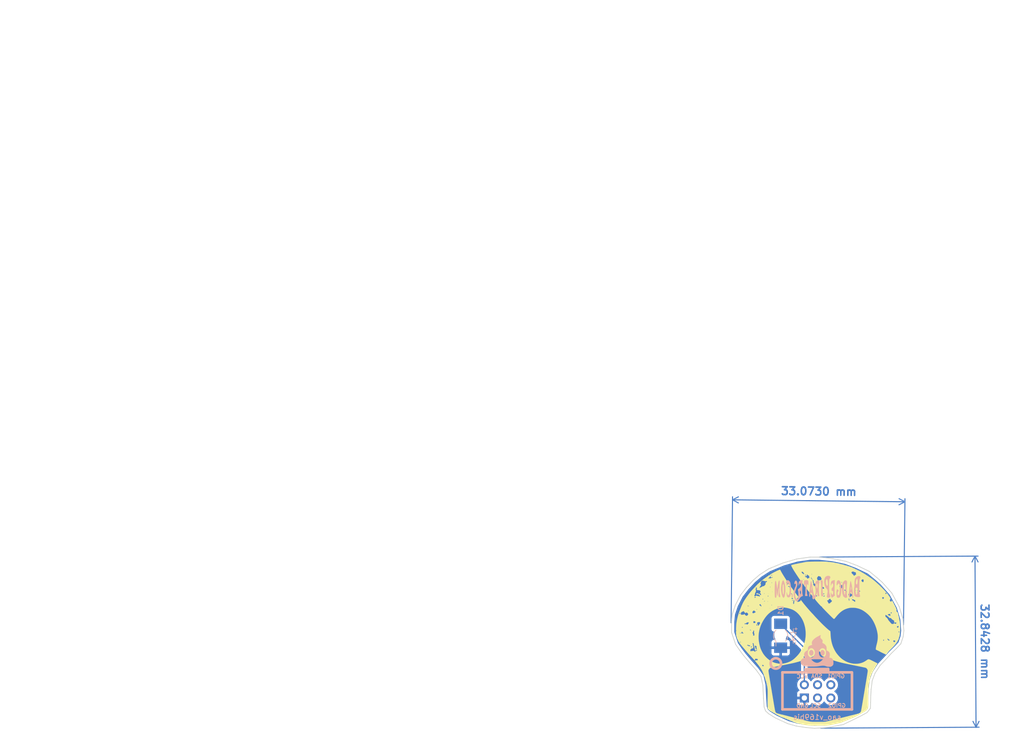
<source format=kicad_pcb>
(kicad_pcb (version 20211014) (generator pcbnew)
  (layers (0 "F.Cu" signal) (31 "B.Cu" signal) (34 "B.Paste" user) (35 "F.Paste" user) (36 "B.SilkS" user "B.Silkscreen") (37 "F.SilkS" user "F.Silkscreen") (38 "B.Mask" user) (39 "F.Mask" user) (44 "Edge.Cuts" user))
  (net 0 "")
  (net 1 "GND")
  (net 2 "VCC")
  (footprint "BadgePirates:LED_Osram_Lx_P47F_D2mm_ReverseMount_Proper_Mask Only" (layer "F.Cu") (at 146.939 120.607 -90)
    (fp_text reference "D1" (at -4.826 0 90) (layer "B.SilkS") (effects (justify mirror)))
    (fp_text value "LED")
    (pad "1" smd rect (at 2.3 0 270) (size 2 2.5) (layers "B.Cu") (net 1 "GND"))
    (pad "2" smd rect (at -2.3 0 270) (size 2 2.5) (layers "B.Cu") (net 2 "VCC"))
  )
  (footprint "BadgePirates:Badgelife-SAOv169-BADGE-2x3_Back" (layer "F.Cu") (at 153.6319 131.3688)
    (fp_text reference "X1" hide)
    (fp_text value "sao_v169bis" (at 0.3102 4.8724) (layer "B.SilkS") (effects (justify mirror)))
    (fp_text user "VCC" (at -2.5654 -2.9718) (layer "B.SilkS") (effects (font (size 0.75 0.75)) (justify mirror)))
    (fp_text user "GND" (at -2.5146 2.667) (layer "B.SilkS") (effects (font (size 0.75 0.75)) (justify mirror)))
    (fp_text user "GPIO2" (at 4.0894 2.6416) (layer "B.SilkS") (effects (font (size 0.75 0.75)) (justify mirror)))
    (fp_text user "SDA" (at 0.2286 -2.9972) (layer "B.SilkS") (effects (font (size 0.75 0.75)) (justify mirror)))
    (fp_text user "GPIO1" (at 3.9116 -2.9972) (layer "B.SilkS") (effects (font (size 0.75 0.75)) (justify mirror)))
    (fp_text user "SCL" (at -0.0254 2.667) (layer "B.SilkS") (effects (font (size 0.75 0.75)) (justify mirror)))
    (pad "1" thru_hole oval locked (at -2.1498 -1.3516 270) (size 1.7272 1.7272) (drill 1.016) (layers *.Cu *.Mask) (net 2 "VCC"))
    (pad "2" thru_hole rect locked (at -2.1498 1.1884 270) (size 1.7272 1.7272) (drill 1.016) (layers *.Cu *.Mask) (net 1 "GND"))
    (pad "3" thru_hole oval locked (at 0.3902 -1.3516 270) (size 1.7272 1.7272) (drill 1.016) (layers *.Cu *.Mask))
    (pad "4" thru_hole oval locked (at 0.3902 1.1884 270) (size 1.7272 1.7272) (drill 1.016) (layers *.Cu *.Mask))
    (pad "5" thru_hole circle locked (at 2.9302 -1.3516 270) (size 1.7272 1.7272) (drill 1.016) (layers *.Cu *.Mask))
    (pad "6" thru_hole circle locked (at 2.9302 1.1884 270) (size 1.7272 1.7272) (drill 1.016) (layers *.Cu *.Mask))
  )
  (footprint "BadgePirateLogos:BadgePiratesURL_BSLK" (layer "F.Cu") (at 154.0129 112.268)
    (fp_text reference "G***" hide)
    (fp_text value "LOGO" hide)
  )
  (footprint "Bsides-KC-2021-Badge Pirates-SAO-SVG2Shenzen v1_00:F.SilkS_g4922" (layer "F.Cu") (at 134.5665 137.8954)
    (fp_text reference "G***" hide)
    (fp_text value "LOGO" hide)
  )
  (footprint "LOGO" (layer "F.Cu") (at 0 0)
    (fp_text reference "G***" hide)
    (fp_text value "LOGO" hide)
  )
  (footprint "LOGO" (layer "F.Cu") (at 0 0)
    (fp_text reference "G***" hide)
    (fp_text value "LOGO" hide)
  )
  (footprint "LOGO" (layer "F.Cu") (at 0 0)
    (fp_text reference "G***" hide)
    (fp_text value "LOGO" hide)
  )
  (footprint "BadgePiratesLogo:LED_Schematic_F.Mask" (layer "F.Cu") (at 147.2565 120.3198)
    (fp_text reference "G***" hide)
    (fp_text value "LOGO" hide)
  )
  (footprint "BadgePiratesLogo:shi%%y_B.SLK" (layer "B.Cu") (at 153.8859 123.3678 180)
    (fp_text reference "G***" hide)
    (fp_text value "LOGO" hide)
  )
  (gr_poly (pts (xy 149.8092 136.4742) (xy 149.8092 137.2362) (xy 147.32 136.1948) (xy 147.32 136.0932) (xy 147.2946 135.8392)) (layer "F.SilkS") (width 0.15) (fill solid))
  (gr_poly (pts (xy 160.8074 135.89) (xy 160.8582 136.271) (xy 158.369 137.287) (xy 158.3436 136.7536) (xy 158.369 136.4996) (xy 160.5788 135.9408)) (layer "F.SilkS") (width 0.15) (fill solid))
  (gr_rect (start 152.8572 137.2108) (end 155.3718 137.795) (layer "F.SilkS") (width 0.15) (fill solid))
  (gr_line (start 168.2623 112.4204) (end 169.6847 115.0366) (layer "Edge.Cuts") (width 0.15))
  (gr_line (start 159.4485 106.3244) (end 161.6075 107.1372) (layer "Edge.Cuts") (width 0.15))
  (gr_line (start 142.2273 127.1524) (end 140.9319 125.7046) (layer "Edge.Cuts") (width 0.15))
  (gr_line (start 152.5905 105.5116) (end 154.2923 105.5116) (layer "Edge.Cuts") (width 0.15))
  (gr_line (start 141.6685 109.9566) (end 142.9385 108.8644) (layer "Edge.Cuts") (width 0.15))
  (gr_line (start 170.4467 120.777) (end 169.9895 122.1486) (layer "Edge.Cuts") (width 0.15))
  (gr_line (start 165.0365 127.8128) (end 164.5031 129.2352) (layer "Edge.Cuts") (width 0.15))
  (gr_line (start 137.5283 117.9576) (end 137.6807 116.4336) (layer "Edge.Cuts") (width 0.15))
  (gr_line (start 144.6403 107.7722) (end 147.4089 106.6292) (layer "Edge.Cuts") (width 0.15))
  (gr_line (start 147.4089 106.6292) (end 150.0505 105.8672) (layer "Edge.Cuts") (width 0.15))
  (gr_line (start 166.0271 126.2888) (end 165.0365 127.8128) (layer "Edge.Cuts") (width 0.15))
  (gr_line (start 143.7767 134.3152) (end 143.6497 132.6134) (layer "Edge.Cuts") (width 0.15))
  (gr_line (start 164.1475 134.5438) (end 163.5125 135.3566) (layer "Edge.Cuts") (width 0.15))
  (gr_line (start 163.5125 135.3566) (end 161.8615 136.2456) (layer "Edge.Cuts") (width 0.15))
  (gr_line (start 158.9659 137.6426) (end 156.3751 138.1506) (layer "Edge.Cuts") (width 0.15))
  (gr_line (start 164.5031 129.2352) (end 164.2999 130.8862) (layer "Edge.Cuts") (width 0.15))
  (gr_line (start 154.2923 105.5116) (end 156.9847 105.8164) (layer "Edge.Cuts") (width 0.15))
  (gr_line (start 143.5227 130.0734) (end 143.1671 128.4478) (layer "Edge.Cuts") (width 0.15))
  (gr_line (start 143.1671 128.4478) (end 142.2273 127.1524) (layer "Edge.Cuts") (width 0.15))
  (gr_line (start 148.3233 137.4902) (end 147.2057 136.9822) (layer "Edge.Cuts") (width 0.15))
  (gr_line (start 164.2237 132.0546) (end 164.1983 133.3754) (layer "Edge.Cuts") (width 0.15))
  (gr_line (start 163.9443 108.2548) (end 165.3921 109.4486) (layer "Edge.Cuts") (width 0.15))
  (gr_line (start 169.6847 115.0366) (end 170.3959 117.3734) (layer "Edge.Cuts") (width 0.15))
  (gr_line (start 137.6807 116.4336) (end 138.2395 114.7572) (layer "Edge.Cuts") (width 0.15))
  (gr_line (start 164.2999 130.8862) (end 164.2237 132.0546) (layer "Edge.Cuts") (width 0.15))
  (gr_line (start 166.4335 110.363) (end 168.2623 112.4204) (layer "Edge.Cuts") (width 0.15))
  (gr_line (start 143.6497 132.6134) (end 143.5227 130.0734) (layer "Edge.Cuts") (width 0.15))
  (gr_line (start 161.6075 107.1372) (end 163.9443 108.2548) (layer "Edge.Cuts") (width 0.15))
  (gr_line (start 169.9895 122.1486) (end 169.1513 123.0376) (layer "Edge.Cuts") (width 0.15))
  (gr_line (start 138.2903 122.2502) (end 137.5283 119.9896) (layer "Edge.Cuts") (width 0.15))
  (gr_line (start 139.8397 124.4092) (end 139.1285 123.4694) (layer "Edge.Cuts") (width 0.15))
  (gr_line (start 156.3751 138.1506) (end 155.1813 138.2776) (layer "Edge.Cuts") (width 0.15))
  (gr_line (start 170.5737 119.634) (end 170.4467 120.777) (layer "Edge.Cuts") (width 0.15))
  (gr_line (start 150.0505 105.8672) (end 152.5905 105.5116) (layer "Edge.Cuts") (width 0.15))
  (gr_line (start 161.8615 136.2456) (end 158.9659 137.6426) (layer "Edge.Cuts") (width 0.15))
  (gr_line (start 149.9489 137.9474) (end 148.3233 137.4902) (layer "Edge.Cuts") (width 0.15))
  (gr_line (start 167.0685 125.1966) (end 166.0271 126.2888) (layer "Edge.Cuts") (width 0.15))
  (gr_line (start 153.4287 138.3792) (end 151.8031 138.2268) (layer "Edge.Cuts") (width 0.15))
  (gr_line (start 140.3477 111.379) (end 141.6685 109.9566) (layer "Edge.Cuts") (width 0.15))
  (gr_line (start 138.2395 114.7572) (end 139.2301 112.8268) (layer "Edge.Cuts") (width 0.15))
  (gr_line (start 144.6403 135.5852) (end 144.0561 135.0518) (layer "Edge.Cuts") (width 0.15))
  (gr_line (start 147.2057 136.9822) (end 145.9103 136.3726) (layer "Edge.Cuts") (width 0.15))
  (gr_line (start 139.2301 112.8268) (end 140.3477 111.379) (layer "Edge.Cuts") (width 0.15))
  (gr_line (start 137.5283 119.9896) (end 137.5283 117.9576) (layer "Edge.Cuts") (width 0.15))
  (gr_line (start 156.9847 105.8164) (end 159.4485 106.3244) (layer "Edge.Cuts") (width 0.15))
  (gr_line (start 170.3959 117.3734) (end 170.5737 119.634) (layer "Edge.Cuts") (width 0.15))
  (gr_line (start 144.0561 135.0518) (end 143.7767 134.3152) (layer "Edge.Cuts") (width 0.15))
  (gr_line (start 155.1813 138.2776) (end 153.4287 138.3792) (layer "Edge.Cuts") (width 0.15))
  (gr_line (start 169.1513 123.0376) (end 168.1607 124.0028) (layer "Edge.Cuts") (width 0.15))
  (gr_line (start 165.3921 109.4486) (end 166.4335 110.363) (layer "Edge.Cuts") (width 0.15))
  (gr_line (start 145.9103 136.3726) (end 144.6403 135.5852) (layer "Edge.Cuts") (width 0.15))
  (gr_line (start 164.1983 133.3754) (end 164.1475 134.5438) (layer "Edge.Cuts") (width 0.15))
  (gr_line (start 142.9385 108.8644) (end 144.6403 107.7722) (layer "Edge.Cuts") (width 0.15))
  (gr_line (start 151.8031 138.2268) (end 149.9489 137.9474) (layer "Edge.Cuts") (width 0.15))
  (gr_line (start 168.1607 124.0028) (end 167.0685 125.1966) (layer "Edge.Cuts") (width 0.15))
  (gr_line (start 140.9319 125.7046) (end 139.8651 124.4346) (layer "Edge.Cuts") (width 0.15))
  (gr_line (start 139.1285 123.4694) (end 138.2903 122.2502) (layer "Edge.Cuts") (width 0.15))
  (dimension (type aligned) (layer "B.Cu") (pts (xy 137.4267 118.618) (xy 170.4975 118.999)) (height -24.102122) (gr_text "33.0730 mm" (at 154.260492 92.908096 359.3399396) (layer "B.Cu") (effects (font (size 1.5 1.5) (thickness 0.3)))) (format (units 3) (units_format 1) (precision 4)) (style (thickness 0.2) (arrow_length 1.27) (text_position_mode 0) (extension_height 0.58642) (extension_offset 0.5) keep_text_aligned))
  (dimension (type aligned) (layer "B.Cu") (pts (xy 153.9367 105.5116) (xy 154.1399 138.3538)) (height -30.279049) (gr_text "32.8428 mm" (at 186.116735 121.734225 270.3544937) (layer "B.Cu") (effects (font (size 1.5 1.5) (thickness 0.3)))) (format (units 3) (units_format 1) (precision 4)) (style (thickness 0.2) (arrow_length 1.27) (text_position_mode 0) (extension_height 0.58642) (extension_offset 0.5) keep_text_aligned))
  (segment (start 151.4821 130.0172) (end 151.4821 122.9426) (width 0.25) (layer "B.Cu") (net 2))
  (segment (start 151.4821 122.9426) (end 146.9771 118.4376) (width 0.25) (layer "B.Cu") (net 2))
  (zone (net 1) (net_name "GND") (layer "B.Cu") (connect_pads (clearance 0.508)) (min_thickness 0.254) (fill yes (thermal_gap 0.508) (thermal_bridge_width 0.508))
    (polygon (pts (xy 168.7957 110.0074) (xy 172.4533 122.7582) (xy 164.8079 140.4112) (xy 142.3289 138.3538) (xy 135.8265 121.8692) (xy 138.3665 111.7854) (xy 140.4239 110.2868) (xy 154.0637 103.5558)))
  )
  (zone (net 0) (net_name "") (layer "B.Cu") (connect_pads (clearance 0)) (min_thickness 0.254)
    (keepout (tracks allowed) (vias allowed) (pads allowed) (copperpour not_allowed) (footprints allowed))
    (fill (thermal_gap 0.508) (thermal_bridge_width 0.508))
    (polygon (pts (xy 147.2692 119.4816) (xy 147.6248 119.6086) (xy 147.8534 119.8118) (xy 148.0566 120.142) (xy 148.1328 120.6246) (xy 147.9296 121.2088) (xy 147.7264 121.5136) (xy 147.3454 121.7168) (xy 146.939 121.793) (xy 146.5326 121.7168) (xy 146.177 121.5898) (xy 145.796 121.031) (xy 145.7198 120.65) (xy 145.7198 120.3198) (xy 145.7706 120.0404) (xy 146.1008 119.6848) (xy 146.177 119.6594) (xy 146.2786 119.634) (xy 146.5834 119.4816) (xy 146.9644 119.4308)))
  )
)
</source>
